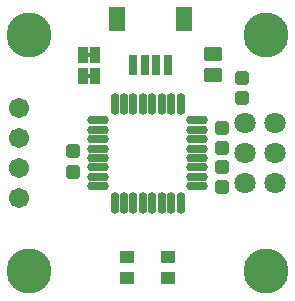
<source format=gbs>
G04 Layer_Color=16711935*
%FSLAX44Y44*%
%MOMM*%
G71*
G01*
G75*
G04:AMPARAMS|DCode=34|XSize=1.2032mm|YSize=1.1032mm|CornerRadius=0.2141mm|HoleSize=0mm|Usage=FLASHONLY|Rotation=0.000|XOffset=0mm|YOffset=0mm|HoleType=Round|Shape=RoundedRectangle|*
%AMROUNDEDRECTD34*
21,1,1.2032,0.6750,0,0,0.0*
21,1,0.7750,1.1032,0,0,0.0*
1,1,0.4282,0.3875,-0.3375*
1,1,0.4282,-0.3875,-0.3375*
1,1,0.4282,-0.3875,0.3375*
1,1,0.4282,0.3875,0.3375*
%
%ADD34ROUNDEDRECTD34*%
%ADD35R,1.2192X1.0668*%
%ADD36R,0.8382X1.4732*%
%ADD38C,1.8032*%
%ADD39C,3.8032*%
%ADD40C,1.7032*%
%ADD41R,0.5000X0.4000*%
G04:AMPARAMS|DCode=42|XSize=1.6032mm|YSize=1.2032mm|CornerRadius=0.2266mm|HoleSize=0mm|Usage=FLASHONLY|Rotation=0.000|XOffset=0mm|YOffset=0mm|HoleType=Round|Shape=RoundedRectangle|*
%AMROUNDEDRECTD42*
21,1,1.6032,0.7500,0,0,0.0*
21,1,1.1500,1.2032,0,0,0.0*
1,1,0.4532,0.5750,-0.3750*
1,1,0.4532,-0.5750,-0.3750*
1,1,0.4532,-0.5750,0.3750*
1,1,0.4532,0.5750,0.3750*
%
%ADD42ROUNDEDRECTD42*%
%ADD43O,0.7532X1.8532*%
%ADD44O,1.8532X0.7532*%
%ADD45R,0.8032X1.7532*%
%ADD46R,1.4032X2.0032*%
D34*
X62000Y126500D02*
D03*
Y109500D02*
D03*
X205000Y171500D02*
D03*
Y188500D02*
D03*
X188000Y96500D02*
D03*
Y113500D02*
D03*
X188000Y129500D02*
D03*
Y146500D02*
D03*
D35*
X107474Y19250D02*
D03*
X142500D02*
D03*
X107474Y36890D02*
D03*
X142500D02*
D03*
D36*
X70000Y190000D02*
D03*
X80160D02*
D03*
X70000Y208000D02*
D03*
X80160D02*
D03*
D38*
X207600Y99600D02*
D03*
X233000D02*
D03*
X207600Y125000D02*
D03*
X233000D02*
D03*
X207600Y150400D02*
D03*
X233000D02*
D03*
D39*
X25000Y25000D02*
D03*
X225000D02*
D03*
Y225000D02*
D03*
X25000D02*
D03*
D40*
X16000Y163000D02*
D03*
Y137600D02*
D03*
Y112200D02*
D03*
Y86800D02*
D03*
D41*
X74579Y190000D02*
D03*
Y208000D02*
D03*
D42*
X180000Y209000D02*
D03*
Y191000D02*
D03*
D43*
X153000Y167000D02*
D03*
X145000D02*
D03*
X137000D02*
D03*
X129000D02*
D03*
X121000D02*
D03*
X113000D02*
D03*
X105000D02*
D03*
X97000D02*
D03*
Y83000D02*
D03*
X105000D02*
D03*
X113000D02*
D03*
X121000D02*
D03*
X129000D02*
D03*
X137000D02*
D03*
X145000D02*
D03*
X153000D02*
D03*
D44*
X83000Y153000D02*
D03*
Y145000D02*
D03*
Y137000D02*
D03*
Y129000D02*
D03*
Y121000D02*
D03*
Y113000D02*
D03*
Y105000D02*
D03*
Y97000D02*
D03*
X167000D02*
D03*
Y105000D02*
D03*
Y113000D02*
D03*
Y121000D02*
D03*
Y129000D02*
D03*
Y137000D02*
D03*
Y145000D02*
D03*
Y153000D02*
D03*
D45*
X142500Y200000D02*
D03*
X132500D02*
D03*
X122500D02*
D03*
X112500D02*
D03*
D46*
X155500Y239000D02*
D03*
X99500D02*
D03*
M02*

</source>
